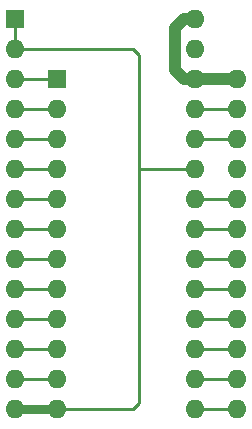
<source format=gbr>
%TF.GenerationSoftware,KiCad,Pcbnew,8.0.2*%
%TF.CreationDate,2024-05-26T11:04:38+01:00*%
%TF.ProjectId,FM1608-3458A-AdaptorV1.0,464d3136-3038-42d3-9334-3538412d4164,rev?*%
%TF.SameCoordinates,Original*%
%TF.FileFunction,Copper,L1,Top*%
%TF.FilePolarity,Positive*%
%FSLAX46Y46*%
G04 Gerber Fmt 4.6, Leading zero omitted, Abs format (unit mm)*
G04 Created by KiCad (PCBNEW 8.0.2) date 2024-05-26 11:04:38*
%MOMM*%
%LPD*%
G01*
G04 APERTURE LIST*
%TA.AperFunction,ComponentPad*%
%ADD10R,1.600000X1.600000*%
%TD*%
%TA.AperFunction,ComponentPad*%
%ADD11O,1.600000X1.600000*%
%TD*%
%TA.AperFunction,Conductor*%
%ADD12C,0.250000*%
%TD*%
%TA.AperFunction,Conductor*%
%ADD13C,0.254000*%
%TD*%
%TA.AperFunction,Conductor*%
%ADD14C,0.762000*%
%TD*%
%TA.AperFunction,Conductor*%
%ADD15C,1.016000*%
%TD*%
G04 APERTURE END LIST*
D10*
%TO.P,U1,1,NC*%
%TO.N,Net-(SOCKET1-GND)*%
X137125000Y-77724000D03*
D11*
%TO.P,U1,2,A12*%
X137125000Y-80264000D03*
%TO.P,U1,3,A7*%
%TO.N,Net-(SOCKET1-A7)*%
X137125000Y-82804000D03*
%TO.P,U1,4,A6*%
%TO.N,Net-(SOCKET1-A6)*%
X137125000Y-85344000D03*
%TO.P,U1,5,A5*%
%TO.N,Net-(SOCKET1-A5)*%
X137125000Y-87884000D03*
%TO.P,U1,6,A4*%
%TO.N,Net-(SOCKET1-A4)*%
X137125000Y-90424000D03*
%TO.P,U1,7,A3*%
%TO.N,Net-(SOCKET1-A3)*%
X137125000Y-92964000D03*
%TO.P,U1,8,A2*%
%TO.N,Net-(SOCKET1-A2)*%
X137125000Y-95504000D03*
%TO.P,U1,9,A1*%
%TO.N,Net-(SOCKET1-A1)*%
X137125000Y-98044000D03*
%TO.P,U1,10,A0*%
%TO.N,Net-(SOCKET1-A0)*%
X137125000Y-100584000D03*
%TO.P,U1,11,DQ0*%
%TO.N,Net-(SOCKET1-D0)*%
X137125000Y-103124000D03*
%TO.P,U1,12,DQ1*%
%TO.N,Net-(SOCKET1-D1)*%
X137125000Y-105664000D03*
%TO.P,U1,13,DQ2*%
%TO.N,Net-(SOCKET1-D2)*%
X137125000Y-108204000D03*
%TO.P,U1,14,VSS*%
%TO.N,Net-(SOCKET1-GND)*%
X137125000Y-110744000D03*
%TO.P,U1,15,DQ3*%
%TO.N,Net-(SOCKET1-D3)*%
X152365000Y-110744000D03*
%TO.P,U1,16,DQ4*%
%TO.N,Net-(SOCKET1-D4)*%
X152365000Y-108204000D03*
%TO.P,U1,17,DQ5*%
%TO.N,Net-(SOCKET1-D5)*%
X152365000Y-105664000D03*
%TO.P,U1,18,DQ6*%
%TO.N,Net-(SOCKET1-D6)*%
X152365000Y-103124000D03*
%TO.P,U1,19,DQ7*%
%TO.N,Net-(SOCKET1-D7)*%
X152365000Y-100584000D03*
%TO.P,U1,20,~{CE}*%
%TO.N,Net-(SOCKET1-~{CE})*%
X152365000Y-98044000D03*
%TO.P,U1,21,A10*%
%TO.N,Net-(SOCKET1-A10)*%
X152365000Y-95504000D03*
%TO.P,U1,22,~{OE}*%
%TO.N,Net-(SOCKET1-~{OE})*%
X152365000Y-92964000D03*
%TO.P,U1,23,A11*%
%TO.N,Net-(SOCKET1-GND)*%
X152365000Y-90424000D03*
%TO.P,U1,24,A9*%
%TO.N,Net-(SOCKET1-A9)*%
X152365000Y-87884000D03*
%TO.P,U1,25,A8*%
%TO.N,Net-(SOCKET1-A8)*%
X152365000Y-85344000D03*
%TO.P,U1,26,NC*%
%TO.N,Net-(SOCKET1-VCC)*%
X152365000Y-82804000D03*
%TO.P,U1,27,~{WE}*%
%TO.N,Net-(SOCKET1-~{WE})*%
X152365000Y-80264000D03*
%TO.P,U1,28,VDD*%
%TO.N,Net-(SOCKET1-VCC)*%
X152365000Y-77724000D03*
%TD*%
D10*
%TO.P,SOCKET1,1,A7*%
%TO.N,Net-(SOCKET1-A7)*%
X140625000Y-82804000D03*
D11*
%TO.P,SOCKET1,2,A6*%
%TO.N,Net-(SOCKET1-A6)*%
X140625000Y-85344000D03*
%TO.P,SOCKET1,3,A5*%
%TO.N,Net-(SOCKET1-A5)*%
X140625000Y-87884000D03*
%TO.P,SOCKET1,4,A4*%
%TO.N,Net-(SOCKET1-A4)*%
X140625000Y-90424000D03*
%TO.P,SOCKET1,5,A3*%
%TO.N,Net-(SOCKET1-A3)*%
X140625000Y-92964000D03*
%TO.P,SOCKET1,6,A2*%
%TO.N,Net-(SOCKET1-A2)*%
X140625000Y-95504000D03*
%TO.P,SOCKET1,7,A1*%
%TO.N,Net-(SOCKET1-A1)*%
X140625000Y-98044000D03*
%TO.P,SOCKET1,8,A0*%
%TO.N,Net-(SOCKET1-A0)*%
X140625000Y-100584000D03*
%TO.P,SOCKET1,9,D0*%
%TO.N,Net-(SOCKET1-D0)*%
X140625000Y-103124000D03*
%TO.P,SOCKET1,10,D1*%
%TO.N,Net-(SOCKET1-D1)*%
X140625000Y-105664000D03*
%TO.P,SOCKET1,11,D2*%
%TO.N,Net-(SOCKET1-D2)*%
X140625000Y-108204000D03*
%TO.P,SOCKET1,12,GND*%
%TO.N,Net-(SOCKET1-GND)*%
X140625000Y-110744000D03*
%TO.P,SOCKET1,13,D3*%
%TO.N,Net-(SOCKET1-D3)*%
X155865000Y-110744000D03*
%TO.P,SOCKET1,14,D4*%
%TO.N,Net-(SOCKET1-D4)*%
X155865000Y-108204000D03*
%TO.P,SOCKET1,15,D5*%
%TO.N,Net-(SOCKET1-D5)*%
X155865000Y-105664000D03*
%TO.P,SOCKET1,16,D6*%
%TO.N,Net-(SOCKET1-D6)*%
X155865000Y-103124000D03*
%TO.P,SOCKET1,17,D7*%
%TO.N,Net-(SOCKET1-D7)*%
X155865000Y-100584000D03*
%TO.P,SOCKET1,18,~{CE}*%
%TO.N,Net-(SOCKET1-~{CE})*%
X155865000Y-98044000D03*
%TO.P,SOCKET1,19,A10*%
%TO.N,Net-(SOCKET1-A10)*%
X155865000Y-95504000D03*
%TO.P,SOCKET1,20,~{OE}*%
%TO.N,Net-(SOCKET1-~{OE})*%
X155865000Y-92964000D03*
%TO.P,SOCKET1,21,~{WE}*%
%TO.N,Net-(SOCKET1-~{WE})*%
X155865000Y-90424000D03*
%TO.P,SOCKET1,22,A9*%
%TO.N,Net-(SOCKET1-A9)*%
X155865000Y-87884000D03*
%TO.P,SOCKET1,23,A8*%
%TO.N,Net-(SOCKET1-A8)*%
X155865000Y-85344000D03*
%TO.P,SOCKET1,24,VCC*%
%TO.N,Net-(SOCKET1-VCC)*%
X155865000Y-82804000D03*
%TD*%
D12*
%TO.N,Net-(SOCKET1-A7)*%
X137125000Y-82804000D02*
X140625000Y-82804000D01*
%TO.N,Net-(SOCKET1-A6)*%
X137125000Y-85344000D02*
X140625000Y-85344000D01*
%TO.N,Net-(SOCKET1-A5)*%
X137125000Y-87884000D02*
X140625000Y-87884000D01*
%TO.N,Net-(SOCKET1-A4)*%
X137125000Y-90424000D02*
X140625000Y-90424000D01*
%TO.N,Net-(SOCKET1-A3)*%
X137125000Y-92964000D02*
X140625000Y-92964000D01*
%TO.N,Net-(SOCKET1-A2)*%
X137125000Y-95504000D02*
X140625000Y-95504000D01*
%TO.N,Net-(SOCKET1-A1)*%
X137125000Y-98044000D02*
X140625000Y-98044000D01*
%TO.N,Net-(SOCKET1-A0)*%
X137125000Y-100584000D02*
X140625000Y-100584000D01*
%TO.N,Net-(SOCKET1-D0)*%
X137125000Y-103124000D02*
X140625000Y-103124000D01*
%TO.N,Net-(SOCKET1-D1)*%
X137125000Y-105664000D02*
X140625000Y-105664000D01*
%TO.N,Net-(SOCKET1-D2)*%
X137125000Y-108204000D02*
X140625000Y-108204000D01*
%TO.N,Net-(SOCKET1-GND)*%
X147574000Y-80772010D02*
X147574000Y-90424000D01*
X137125000Y-80264000D02*
X147065990Y-80264000D01*
D13*
X140625000Y-110744000D02*
X147066000Y-110744000D01*
X137125000Y-77724000D02*
X137125000Y-80264000D01*
X152365000Y-90424000D02*
X147574000Y-90424000D01*
D12*
X147574000Y-110236000D02*
X147066000Y-110744000D01*
D14*
X137125000Y-110744000D02*
X140625000Y-110744000D01*
D12*
X147065990Y-80264000D02*
X147574000Y-80772010D01*
X147574000Y-90424000D02*
X147574000Y-110236000D01*
D13*
%TO.N,Net-(SOCKET1-D3)*%
X152365000Y-110744000D02*
X155865000Y-110744000D01*
D12*
%TO.N,Net-(SOCKET1-D4)*%
X155865000Y-108204000D02*
X152365000Y-108204000D01*
%TO.N,Net-(SOCKET1-D5)*%
X155865000Y-105664000D02*
X152365000Y-105664000D01*
%TO.N,Net-(SOCKET1-D6)*%
X155865000Y-103124000D02*
X152365000Y-103124000D01*
%TO.N,Net-(SOCKET1-D7)*%
X155865000Y-100584000D02*
X152365000Y-100584000D01*
%TO.N,Net-(SOCKET1-~{CE})*%
X152365000Y-98044000D02*
X155865000Y-98044000D01*
%TO.N,Net-(SOCKET1-A10)*%
X155865000Y-95504000D02*
X152365000Y-95504000D01*
%TO.N,Net-(SOCKET1-~{OE})*%
X155865000Y-92964000D02*
X152365000Y-92964000D01*
%TO.N,Net-(SOCKET1-A9)*%
X155865000Y-87884000D02*
X152365000Y-87884000D01*
%TO.N,Net-(SOCKET1-A8)*%
X155865000Y-85344000D02*
X152365000Y-85344000D01*
D15*
%TO.N,Net-(SOCKET1-VCC)*%
X155865000Y-82804000D02*
X152365000Y-82804000D01*
X151384000Y-77724000D02*
X152365000Y-77724000D01*
X151384000Y-82804000D02*
X150622000Y-82042000D01*
X152365000Y-82804000D02*
X151384000Y-82804000D01*
X150622000Y-78486000D02*
X151384000Y-77724000D01*
X150622000Y-82042000D02*
X150622000Y-78486000D01*
%TD*%
M02*

</source>
